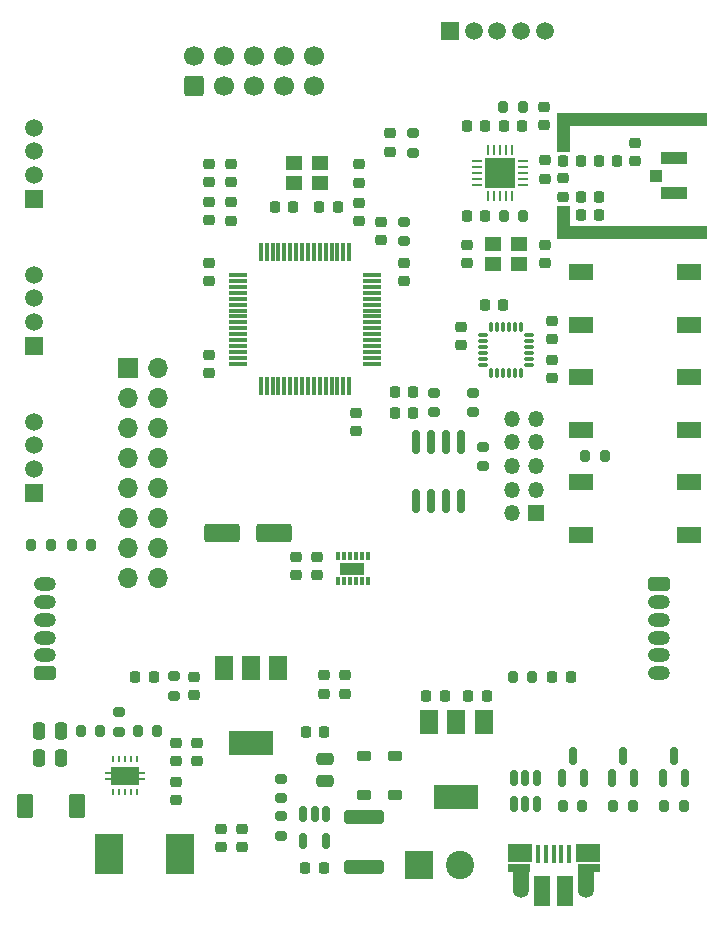
<source format=gts>
G04 #@! TF.GenerationSoftware,KiCad,Pcbnew,7.0.1*
G04 #@! TF.CreationDate,2023-10-12T07:55:19+02:00*
G04 #@! TF.ProjectId,Drv_board,4472765f-626f-4617-9264-2e6b69636164,rev?*
G04 #@! TF.SameCoordinates,Original*
G04 #@! TF.FileFunction,Soldermask,Top*
G04 #@! TF.FilePolarity,Negative*
%FSLAX46Y46*%
G04 Gerber Fmt 4.6, Leading zero omitted, Abs format (unit mm)*
G04 Created by KiCad (PCBNEW 7.0.1) date 2023-10-12 07:55:19*
%MOMM*%
%LPD*%
G01*
G04 APERTURE LIST*
G04 Aperture macros list*
%AMRoundRect*
0 Rectangle with rounded corners*
0 $1 Rounding radius*
0 $2 $3 $4 $5 $6 $7 $8 $9 X,Y pos of 4 corners*
0 Add a 4 corners polygon primitive as box body*
4,1,4,$2,$3,$4,$5,$6,$7,$8,$9,$2,$3,0*
0 Add four circle primitives for the rounded corners*
1,1,$1+$1,$2,$3*
1,1,$1+$1,$4,$5*
1,1,$1+$1,$6,$7*
1,1,$1+$1,$8,$9*
0 Add four rect primitives between the rounded corners*
20,1,$1+$1,$2,$3,$4,$5,0*
20,1,$1+$1,$4,$5,$6,$7,0*
20,1,$1+$1,$6,$7,$8,$9,0*
20,1,$1+$1,$8,$9,$2,$3,0*%
G04 Aperture macros list end*
%ADD10C,0.005000*%
%ADD11RoundRect,0.200000X-0.200000X-0.275000X0.200000X-0.275000X0.200000X0.275000X-0.200000X0.275000X0*%
%ADD12R,1.500000X1.500000*%
%ADD13C,1.500000*%
%ADD14RoundRect,0.225000X-0.250000X0.225000X-0.250000X-0.225000X0.250000X-0.225000X0.250000X0.225000X0*%
%ADD15RoundRect,0.200000X-0.275000X0.200000X-0.275000X-0.200000X0.275000X-0.200000X0.275000X0.200000X0*%
%ADD16RoundRect,0.225000X0.225000X0.250000X-0.225000X0.250000X-0.225000X-0.250000X0.225000X-0.250000X0*%
%ADD17R,1.500000X2.000000*%
%ADD18R,3.800000X2.000000*%
%ADD19R,1.350000X1.350000*%
%ADD20O,1.350000X1.350000*%
%ADD21RoundRect,0.250000X-0.475000X0.250000X-0.475000X-0.250000X0.475000X-0.250000X0.475000X0.250000X0*%
%ADD22R,0.400000X1.650000*%
%ADD23R,1.825000X0.700000*%
%ADD24R,2.000000X1.500000*%
%ADD25R,1.350000X2.000000*%
%ADD26O,1.350000X1.700000*%
%ADD27O,1.100000X1.500000*%
%ADD28R,1.430000X2.500000*%
%ADD29RoundRect,0.250000X0.685000X-0.335000X0.685000X0.335000X-0.685000X0.335000X-0.685000X-0.335000X0*%
%ADD30O,1.870000X1.170000*%
%ADD31RoundRect,0.250000X0.600000X-0.600000X0.600000X0.600000X-0.600000X0.600000X-0.600000X-0.600000X0*%
%ADD32C,1.700000*%
%ADD33RoundRect,0.225000X0.250000X-0.225000X0.250000X0.225000X-0.250000X0.225000X-0.250000X-0.225000X0*%
%ADD34RoundRect,0.200000X0.275000X-0.200000X0.275000X0.200000X-0.275000X0.200000X-0.275000X-0.200000X0*%
%ADD35RoundRect,0.150000X0.150000X-0.587500X0.150000X0.587500X-0.150000X0.587500X-0.150000X-0.587500X0*%
%ADD36RoundRect,0.200000X0.200000X0.275000X-0.200000X0.275000X-0.200000X-0.275000X0.200000X-0.275000X0*%
%ADD37RoundRect,0.218750X-0.256250X0.218750X-0.256250X-0.218750X0.256250X-0.218750X0.256250X0.218750X0*%
%ADD38R,2.100000X1.400000*%
%ADD39RoundRect,0.250000X-0.250000X-0.475000X0.250000X-0.475000X0.250000X0.475000X-0.250000X0.475000X0*%
%ADD40RoundRect,0.225000X-0.375000X0.225000X-0.375000X-0.225000X0.375000X-0.225000X0.375000X0.225000X0*%
%ADD41R,2.350000X3.500000*%
%ADD42RoundRect,0.075000X-0.075000X0.700000X-0.075000X-0.700000X0.075000X-0.700000X0.075000X0.700000X0*%
%ADD43RoundRect,0.075000X-0.700000X0.075000X-0.700000X-0.075000X0.700000X-0.075000X0.700000X0.075000X0*%
%ADD44R,2.400000X2.400000*%
%ADD45C,2.400000*%
%ADD46RoundRect,0.250000X-0.450000X-0.800000X0.450000X-0.800000X0.450000X0.800000X-0.450000X0.800000X0*%
%ADD47RoundRect,0.225000X-0.225000X-0.250000X0.225000X-0.250000X0.225000X0.250000X-0.225000X0.250000X0*%
%ADD48R,1.700000X1.700000*%
%ADD49O,1.700000X1.700000*%
%ADD50RoundRect,0.150000X0.150000X-0.825000X0.150000X0.825000X-0.150000X0.825000X-0.150000X-0.825000X0*%
%ADD51RoundRect,0.218750X0.256250X-0.218750X0.256250X0.218750X-0.256250X0.218750X-0.256250X-0.218750X0*%
%ADD52R,0.300000X0.700000*%
%ADD53R,2.100000X1.000000*%
%ADD54RoundRect,0.250000X-0.685000X0.335000X-0.685000X-0.335000X0.685000X-0.335000X0.685000X0.335000X0*%
%ADD55RoundRect,0.218750X-0.218750X-0.256250X0.218750X-0.256250X0.218750X0.256250X-0.218750X0.256250X0*%
%ADD56RoundRect,0.250000X1.450000X-0.312500X1.450000X0.312500X-1.450000X0.312500X-1.450000X-0.312500X0*%
%ADD57R,1.400000X1.200000*%
%ADD58RoundRect,0.062500X-0.350000X-0.062500X0.350000X-0.062500X0.350000X0.062500X-0.350000X0.062500X0*%
%ADD59RoundRect,0.062500X-0.062500X-0.350000X0.062500X-0.350000X0.062500X0.350000X-0.062500X0.350000X0*%
%ADD60R,2.500000X2.500000*%
%ADD61RoundRect,0.075000X0.075000X-0.350000X0.075000X0.350000X-0.075000X0.350000X-0.075000X-0.350000X0*%
%ADD62RoundRect,0.075000X0.350000X0.075000X-0.350000X0.075000X-0.350000X-0.075000X0.350000X-0.075000X0*%
%ADD63RoundRect,0.150000X0.150000X-0.512500X0.150000X0.512500X-0.150000X0.512500X-0.150000X-0.512500X0*%
%ADD64RoundRect,0.150000X-0.150000X0.512500X-0.150000X-0.512500X0.150000X-0.512500X0.150000X0.512500X0*%
%ADD65RoundRect,0.250000X-1.250000X-0.550000X1.250000X-0.550000X1.250000X0.550000X-1.250000X0.550000X0*%
%ADD66RoundRect,0.218750X0.218750X0.256250X-0.218750X0.256250X-0.218750X-0.256250X0.218750X-0.256250X0*%
%ADD67R,0.240000X0.600000*%
%ADD68R,2.400000X1.650000*%
%ADD69R,0.500000X0.250000*%
%ADD70R,2.200000X1.050000*%
%ADD71R,1.050000X1.000000*%
G04 APERTURE END LIST*
D10*
X147320000Y-80568800D02*
X148336000Y-80568800D01*
X148336000Y-82753200D01*
X147320000Y-82753200D01*
X147320000Y-80568800D01*
G36*
X147320000Y-80568800D02*
G01*
X148336000Y-80568800D01*
X148336000Y-82753200D01*
X147320000Y-82753200D01*
X147320000Y-80568800D01*
G37*
X147320000Y-89103200D02*
X159918400Y-89103200D01*
X159918400Y-90119200D01*
X147320000Y-90119200D01*
X147320000Y-89103200D01*
G36*
X147320000Y-89103200D02*
G01*
X159918400Y-89103200D01*
X159918400Y-90119200D01*
X147320000Y-90119200D01*
X147320000Y-89103200D01*
G37*
X147320000Y-79552800D02*
X159918400Y-79552800D01*
X159918400Y-80568800D01*
X147320000Y-80568800D01*
X147320000Y-79552800D01*
G36*
X147320000Y-79552800D02*
G01*
X159918400Y-79552800D01*
X159918400Y-80568800D01*
X147320000Y-80568800D01*
X147320000Y-79552800D01*
G37*
X147320000Y-87376000D02*
X148336000Y-87376000D01*
X148336000Y-89128600D01*
X147320000Y-89128600D01*
X147320000Y-87376000D01*
G36*
X147320000Y-87376000D02*
G01*
X148336000Y-87376000D01*
X148336000Y-89128600D01*
X147320000Y-89128600D01*
X147320000Y-87376000D01*
G37*
D11*
X143574000Y-127254000D03*
X145224000Y-127254000D03*
D12*
X138294000Y-72560000D03*
D13*
X140294000Y-72560000D03*
X142294000Y-72560000D03*
X144294000Y-72560000D03*
X146294000Y-72560000D03*
D14*
X146927000Y-100444000D03*
X146927000Y-101994000D03*
X146304000Y-90665000D03*
X146304000Y-92215000D03*
D15*
X134366000Y-88710000D03*
X134366000Y-90360000D03*
D16*
X127571800Y-143459200D03*
X126021800Y-143459200D03*
X135141000Y-103124000D03*
X133591000Y-103124000D03*
D14*
X115074200Y-132843000D03*
X115074200Y-134393000D03*
X116852200Y-132843000D03*
X116852200Y-134393000D03*
D11*
X149734000Y-108585000D03*
X151384000Y-108585000D03*
D17*
X123724200Y-126531000D03*
X121424200Y-126531000D03*
D18*
X121424200Y-132831000D03*
D17*
X119124200Y-126531000D03*
D14*
X146927000Y-97142000D03*
X146927000Y-98692000D03*
D19*
X145542000Y-113410000D03*
D20*
X143542000Y-113410000D03*
X145542000Y-111410000D03*
X143542000Y-111410000D03*
X145542000Y-109410000D03*
X143542000Y-109410000D03*
X145542000Y-107410000D03*
X143542000Y-107410000D03*
X145542000Y-105410000D03*
X143542000Y-105410000D03*
D15*
X110248200Y-130253000D03*
X110248200Y-131903000D03*
D21*
X127672600Y-134192000D03*
X127672600Y-136092000D03*
D22*
X145741000Y-142253000D03*
X146391000Y-142253000D03*
X147041000Y-142253000D03*
X147691000Y-142253000D03*
X148341000Y-142253000D03*
D23*
X144091000Y-143453000D03*
D24*
X144191000Y-142153000D03*
D25*
X144311000Y-144203000D03*
D26*
X144311000Y-145133000D03*
D27*
X144621000Y-142133000D03*
D28*
X146081000Y-145403000D03*
X148001000Y-145403000D03*
D27*
X149461000Y-142133000D03*
D26*
X149771000Y-145133000D03*
D25*
X149791000Y-144203000D03*
D24*
X149941000Y-142133000D03*
D23*
X150041000Y-143453000D03*
D16*
X127647200Y-131967000D03*
X126097200Y-131967000D03*
D29*
X104000000Y-126940000D03*
D30*
X104000000Y-125440000D03*
X104000000Y-123940000D03*
X104000000Y-122440000D03*
X104000000Y-120940000D03*
X104000000Y-119440000D03*
D31*
X116586000Y-77206500D03*
D32*
X116586000Y-74666500D03*
X119126000Y-77206500D03*
X119126000Y-74666500D03*
X121666000Y-77206500D03*
X121666000Y-74666500D03*
X124206000Y-77206500D03*
X124206000Y-74666500D03*
X126746000Y-77206500D03*
X126746000Y-74666500D03*
D33*
X118872000Y-141694200D03*
X118872000Y-140144200D03*
D14*
X127647200Y-127128000D03*
X127647200Y-128678000D03*
D16*
X125015000Y-87464000D03*
X123465000Y-87464000D03*
D34*
X135128000Y-82867000D03*
X135128000Y-81217000D03*
D33*
X117906800Y-101562200D03*
X117906800Y-100012200D03*
X153924000Y-83579000D03*
X153924000Y-82029000D03*
D35*
X156288200Y-135825500D03*
X158188200Y-135825500D03*
X157238200Y-133950500D03*
D36*
X158063200Y-138188000D03*
X156413200Y-138188000D03*
D16*
X141230008Y-80645000D03*
X139680008Y-80645000D03*
D37*
X133223000Y-81254500D03*
X133223000Y-82829500D03*
D11*
X111836200Y-131840000D03*
X113486200Y-131840000D03*
D38*
X149374000Y-93000000D03*
X158474000Y-93000000D03*
X149374000Y-97500000D03*
X158474000Y-97500000D03*
D14*
X130556000Y-83857800D03*
X130556000Y-85407800D03*
D39*
X103456200Y-134126000D03*
X105356200Y-134126000D03*
D40*
X131000000Y-134000000D03*
X131000000Y-137300000D03*
D41*
X115437200Y-142254000D03*
X109377200Y-142254000D03*
D42*
X129750000Y-91325000D03*
X129250000Y-91325000D03*
X128750000Y-91325000D03*
X128250000Y-91325000D03*
X127750000Y-91325000D03*
X127250000Y-91325000D03*
X126750000Y-91325000D03*
X126250000Y-91325000D03*
X125750000Y-91325000D03*
X125250000Y-91325000D03*
X124750000Y-91325000D03*
X124250000Y-91325000D03*
X123750000Y-91325000D03*
X123250000Y-91325000D03*
X122750000Y-91325000D03*
X122250000Y-91325000D03*
D43*
X120325000Y-93250000D03*
X120325000Y-93750000D03*
X120325000Y-94250000D03*
X120325000Y-94750000D03*
X120325000Y-95250000D03*
X120325000Y-95750000D03*
X120325000Y-96250000D03*
X120325000Y-96750000D03*
X120325000Y-97250000D03*
X120325000Y-97750000D03*
X120325000Y-98250000D03*
X120325000Y-98750000D03*
X120325000Y-99250000D03*
X120325000Y-99750000D03*
X120325000Y-100250000D03*
X120325000Y-100750000D03*
D42*
X122250000Y-102675000D03*
X122750000Y-102675000D03*
X123250000Y-102675000D03*
X123750000Y-102675000D03*
X124250000Y-102675000D03*
X124750000Y-102675000D03*
X125250000Y-102675000D03*
X125750000Y-102675000D03*
X126250000Y-102675000D03*
X126750000Y-102675000D03*
X127250000Y-102675000D03*
X127750000Y-102675000D03*
X128250000Y-102675000D03*
X128750000Y-102675000D03*
X129250000Y-102675000D03*
X129750000Y-102675000D03*
D43*
X131675000Y-100750000D03*
X131675000Y-100250000D03*
X131675000Y-99750000D03*
X131675000Y-99250000D03*
X131675000Y-98750000D03*
X131675000Y-98250000D03*
X131675000Y-97750000D03*
X131675000Y-97250000D03*
X131675000Y-96750000D03*
X131675000Y-96250000D03*
X131675000Y-95750000D03*
X131675000Y-95250000D03*
X131675000Y-94750000D03*
X131675000Y-94250000D03*
X131675000Y-93750000D03*
X131675000Y-93250000D03*
D44*
X135648200Y-143191000D03*
D45*
X139148200Y-143191000D03*
D37*
X147828000Y-85064500D03*
X147828000Y-86639500D03*
D46*
X102333200Y-138190000D03*
X106733200Y-138190000D03*
D33*
X127000000Y-118665000D03*
X127000000Y-117115000D03*
D47*
X142855008Y-80645000D03*
X144405008Y-80645000D03*
D48*
X110998000Y-101087000D03*
D49*
X113538000Y-101087000D03*
X110998000Y-103627000D03*
X113538000Y-103627000D03*
X110998000Y-106167000D03*
X113538000Y-106167000D03*
X110998000Y-108707000D03*
X113538000Y-108707000D03*
X110998000Y-111247000D03*
X113538000Y-111247000D03*
X110998000Y-113787000D03*
X113538000Y-113787000D03*
X110998000Y-116327000D03*
X113538000Y-116327000D03*
X110998000Y-118867000D03*
X113538000Y-118867000D03*
D40*
X133616200Y-134000000D03*
X133616200Y-137300000D03*
D15*
X123964200Y-139066800D03*
X123964200Y-140716800D03*
D14*
X134366000Y-92189000D03*
X134366000Y-93739000D03*
D35*
X151970200Y-135825500D03*
X153870200Y-135825500D03*
X152920200Y-133950500D03*
D50*
X135382000Y-112330000D03*
X136652000Y-112330000D03*
X137922000Y-112330000D03*
X139192000Y-112330000D03*
X139192000Y-107380000D03*
X137922000Y-107380000D03*
X136652000Y-107380000D03*
X135382000Y-107380000D03*
D47*
X150863000Y-83566000D03*
X152413000Y-83566000D03*
D12*
X103040000Y-99212000D03*
D13*
X103040000Y-97212000D03*
X103040000Y-95212000D03*
X103040000Y-93212000D03*
D51*
X117906800Y-85382500D03*
X117906800Y-83807500D03*
D11*
X102807000Y-116078000D03*
X104457000Y-116078000D03*
D14*
X130302000Y-104889000D03*
X130302000Y-106439000D03*
D52*
X128798000Y-119160000D03*
X129298000Y-119160000D03*
X129798000Y-119160000D03*
X130298000Y-119160000D03*
X130798000Y-119160000D03*
X131298000Y-119160000D03*
X131298000Y-117060000D03*
X130798000Y-117060000D03*
X130298000Y-117060000D03*
X129798000Y-117060000D03*
X129298000Y-117060000D03*
X128798000Y-117060000D03*
D53*
X130000000Y-118110000D03*
D14*
X119735600Y-83820000D03*
X119735600Y-85370000D03*
D47*
X141199000Y-95758000D03*
X142749000Y-95758000D03*
D14*
X139192000Y-97650000D03*
X139192000Y-99200000D03*
D33*
X119735600Y-88634200D03*
X119735600Y-87084200D03*
D12*
X103047800Y-111664000D03*
D13*
X103047800Y-109664000D03*
X103047800Y-107664000D03*
X103047800Y-105664000D03*
D38*
X149374000Y-110780000D03*
X158474000Y-110780000D03*
X149374000Y-115280000D03*
X158474000Y-115280000D03*
D16*
X137820200Y-128919000D03*
X136270200Y-128919000D03*
D33*
X125222000Y-118665000D03*
X125222000Y-117115000D03*
D35*
X147718200Y-135825500D03*
X149618200Y-135825500D03*
X148668200Y-133950500D03*
D54*
X156000000Y-119440000D03*
D30*
X156000000Y-120940000D03*
X156000000Y-122440000D03*
X156000000Y-123940000D03*
X156000000Y-125440000D03*
X156000000Y-126940000D03*
D36*
X108660200Y-131840000D03*
X107010200Y-131840000D03*
D55*
X147802500Y-83566000D03*
X149377500Y-83566000D03*
D33*
X132461000Y-90310000D03*
X132461000Y-88760000D03*
D39*
X103456200Y-131840000D03*
X105356200Y-131840000D03*
D33*
X116598200Y-128805000D03*
X116598200Y-127255000D03*
D47*
X127215600Y-87464000D03*
X128765600Y-87464000D03*
D56*
X131000000Y-143400900D03*
X131000000Y-139125900D03*
D33*
X115074200Y-137695000D03*
X115074200Y-136145000D03*
D12*
X103040000Y-86766000D03*
D13*
X103040000Y-84766000D03*
X103040000Y-82766000D03*
X103040000Y-80766000D03*
D38*
X149374000Y-101890000D03*
X158474000Y-101890000D03*
X149374000Y-106390000D03*
X158474000Y-106390000D03*
D57*
X141902000Y-92290000D03*
X144102000Y-92290000D03*
X144102000Y-90590000D03*
X141902000Y-90590000D03*
D16*
X150889000Y-88138000D03*
X149339000Y-88138000D03*
X135141000Y-104902000D03*
X133591000Y-104902000D03*
D33*
X139700000Y-92215000D03*
X139700000Y-90665000D03*
D15*
X123964200Y-135891800D03*
X123964200Y-137541800D03*
X141097000Y-107760000D03*
X141097000Y-109410000D03*
D55*
X111607500Y-127254000D03*
X113182500Y-127254000D03*
D58*
X140556500Y-83582000D03*
X140556500Y-84082000D03*
X140556500Y-84582000D03*
X140556500Y-85082000D03*
X140556500Y-85582000D03*
D59*
X141494000Y-86519500D03*
X141994000Y-86519500D03*
X142494000Y-86519500D03*
X142994000Y-86519500D03*
X143494000Y-86519500D03*
D58*
X144431500Y-85582000D03*
X144431500Y-85082000D03*
X144431500Y-84582000D03*
X144431500Y-84082000D03*
X144431500Y-83582000D03*
D59*
X143494000Y-82644500D03*
X142994000Y-82644500D03*
X142494000Y-82644500D03*
X141994000Y-82644500D03*
X141494000Y-82644500D03*
D60*
X142494000Y-84582000D03*
D47*
X139687000Y-88265000D03*
X141237000Y-88265000D03*
D11*
X142812000Y-88265000D03*
X144462000Y-88265000D03*
D61*
X141752000Y-101518000D03*
X142252000Y-101518000D03*
X142752000Y-101518000D03*
X143252000Y-101518000D03*
X143752000Y-101518000D03*
X144252000Y-101518000D03*
D62*
X144952000Y-100818000D03*
X144952000Y-100318000D03*
X144952000Y-99818000D03*
X144952000Y-99318000D03*
X144952000Y-98818000D03*
X144952000Y-98318000D03*
D61*
X144252000Y-97618000D03*
X143752000Y-97618000D03*
X143252000Y-97618000D03*
X142752000Y-97618000D03*
X142252000Y-97618000D03*
X141752000Y-97618000D03*
D62*
X141052000Y-98318000D03*
X141052000Y-98818000D03*
X141052000Y-99318000D03*
X141052000Y-99818000D03*
X141052000Y-100318000D03*
X141052000Y-100818000D03*
D34*
X114935000Y-128841000D03*
X114935000Y-127191000D03*
D57*
X127288000Y-83732000D03*
X125088000Y-83732000D03*
X125088000Y-85432000D03*
X127288000Y-85432000D03*
D33*
X117906800Y-88621200D03*
X117906800Y-87071200D03*
D14*
X129425200Y-127128000D03*
X129425200Y-128678000D03*
D63*
X143715200Y-138057500D03*
X144665200Y-138057500D03*
X145615200Y-138057500D03*
X145615200Y-135782500D03*
X144665200Y-135782500D03*
X143715200Y-135782500D03*
D47*
X139826200Y-128919000D03*
X141376200Y-128919000D03*
D33*
X117909600Y-93739000D03*
X117909600Y-92189000D03*
X130556000Y-88659000D03*
X130556000Y-87109000D03*
D11*
X106236000Y-116078000D03*
X107886000Y-116078000D03*
D37*
X146304000Y-83540500D03*
X146304000Y-85115500D03*
D11*
X142805008Y-78994000D03*
X144455008Y-78994000D03*
D64*
X127759000Y-138855900D03*
X126809000Y-138855900D03*
X125859000Y-138855900D03*
X125859000Y-141130900D03*
X127759000Y-141130900D03*
D65*
X118958000Y-115096000D03*
X123358000Y-115096000D03*
D66*
X148488500Y-127254000D03*
X146913500Y-127254000D03*
D16*
X150889000Y-86614000D03*
X149339000Y-86614000D03*
D33*
X120662200Y-141694200D03*
X120662200Y-140144200D03*
X146195408Y-80556400D03*
X146195408Y-79006400D03*
D67*
X111748200Y-134247000D03*
X111248200Y-134247000D03*
X110748200Y-134247000D03*
X110248200Y-134247000D03*
X109748200Y-134247000D03*
X109748200Y-137047000D03*
X110248200Y-137047000D03*
X110748200Y-137047000D03*
X111248200Y-137047000D03*
X111748200Y-137047000D03*
D68*
X110748200Y-135647000D03*
D69*
X109298200Y-135397000D03*
X109298200Y-135897000D03*
X112198200Y-135897000D03*
X112198200Y-135397000D03*
D34*
X140208000Y-104838000D03*
X140208000Y-103188000D03*
D17*
X141123200Y-131103000D03*
X138823200Y-131103000D03*
D18*
X138823200Y-137403000D03*
D17*
X136523200Y-131103000D03*
D70*
X157226000Y-83361000D03*
X157226000Y-86311000D03*
D71*
X155726000Y-84836000D03*
D36*
X149493200Y-138190000D03*
X147843200Y-138190000D03*
X153745200Y-138188000D03*
X152095200Y-138188000D03*
D34*
X136906000Y-104838000D03*
X136906000Y-103188000D03*
M02*

</source>
